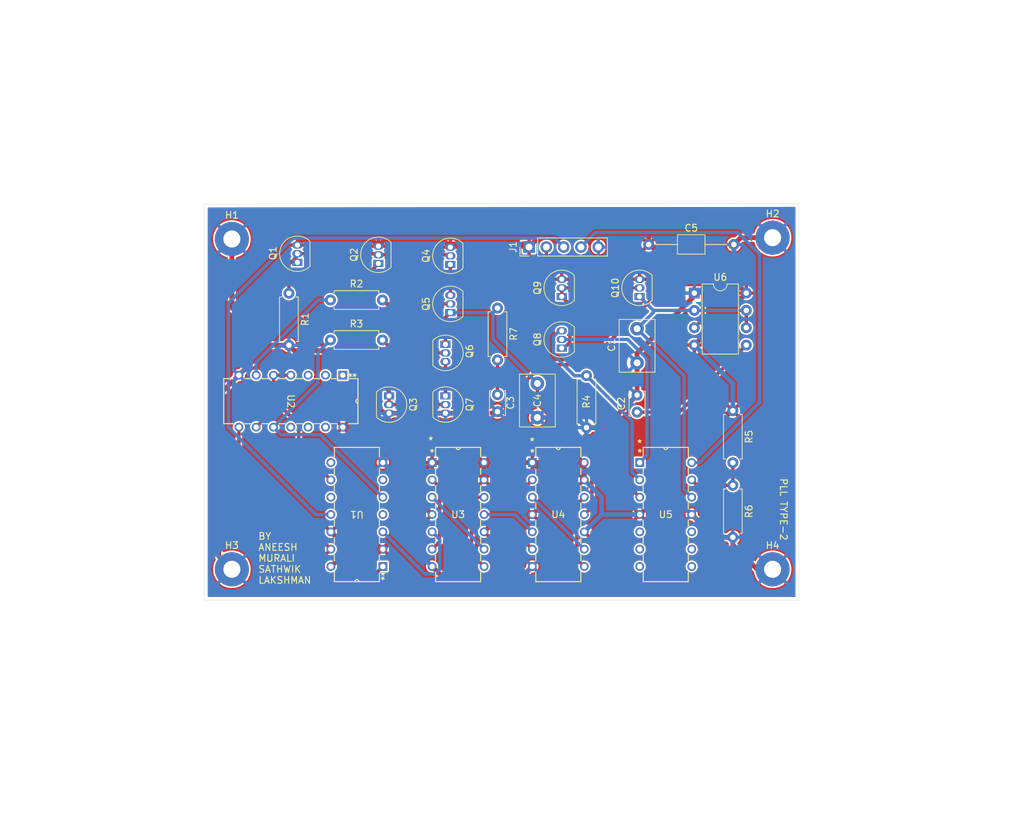
<source format=kicad_pcb>
(kicad_pcb (version 20240108) (generator "pcbnew") (generator_version "8.0")
  (layers (0 "F.Cu" signal) (31 "B.Cu" signal) (34 "B.Paste" user) (35 "F.Paste" user) (36 "B.SilkS" user "B.Silkscreen") (37 "F.SilkS" user "F.Silkscreen") (38 "B.Mask" user) (39 "F.Mask" user) (44 "Edge.Cuts" user))
  (net 0 "")
  (net 1 "GND")
  (net 2 "Net-(Q10-C)")
  (net 3 "Net-(U6-CV)")
  (net 4 "Net-(C3-Pad1)")
  (net 5 "Net-(Q5-C)")
  (net 6 "VDD")
  (net 7 "Net-(Q1-B)")
  (net 8 "Net-(Q2-C)")
  (net 9 "Net-(Q4-C)")
  (net 10 "Net-(Q5-B)")
  (net 11 "Net-(Q6-B)")
  (net 12 "Net-(Q6-E)")
  (net 13 "Net-(Q8-E)")
  (net 14 "Net-(Q10-B)")
  (net 15 "Net-(Q8-B)")
  (net 16 "Net-(U2-2Y)")
  (net 17 "Net-(U1-1Q)")
  (net 18 "Net-(U5-4IN-)")
  (net 19 "VOUT")
  (net 20 "Net-(U1-2Q)")
  (net 22 "INPUT")
  (net 23 "Net-(U1-*1R)")
  (net 24 "OUTPUT")
  (net 25 "Net-(U1-1CP)")
  (net 35 "Net-(U3-*1Q)")
  (net 36 "Net-(U3-*2Q)")
  (net 37 "Net-(U3-1CP)")
  (net 38 "Net-(U3-2CP)")
  (net 39 "Net-(U4-1CP)")
  (net 40 "Net-(U4-*2Q)")
  (net 41 "Net-(U4-*1Q)")
  (footprint "Capacitor_THT:C_Disc_D3.4mm_W2.1mm_P2.50mm" (layer "F.Cu") (at 173.43 100.39 90)
    (property "Reference" "C2" (at 1.25 -2.3 90) (layer "F.SilkS"))
    (property "Value" "0.1u")
    (pad "1" thru_hole circle (at 0 0 90) (size 1.6 1.6) (drill 0.8) (layers "*.Cu" "*.Mask") (net 3 "Net-(U6-CV)"))
    (pad "2" thru_hole circle (at 2.5 0 90) (size 1.6 1.6) (drill 0.8) (layers "*.Cu" "*.Mask") (net 1 "GND"))
  )
  (footprint "Resistor_THT:R_Axial_DIN0207_L6.3mm_D2.5mm_P7.62mm_Horizontal" (layer "F.Cu") (at 166.01 95.04 -90)
    (property "Reference" "R4" (at 3.81 0 90) (layer "F.SilkS"))
    (property "Value" "1K")
    (pad "1" thru_hole circle (at 0 0 270) (size 1.6 1.6) (drill 0.8) (layers "*.Cu" "*.Mask") (net 13 "Net-(Q8-E)"))
    (pad "2" thru_hole oval (at 7.62 0 270) (size 1.6 1.6) (drill 0.8) (layers "*.Cu" "*.Mask") (net 1 "GND"))
  )
  (footprint "Resistor_THT:R_Axial_DIN0207_L6.3mm_D2.5mm_P7.62mm_Horizontal" (layer "F.Cu") (at 128.475 83.95)
    (property "Reference" "R2" (at 3.81 -2.37 0) (layer "F.SilkS"))
    (property "Value" "10K")
    (pad "1" thru_hole circle (at 0 0) (size 1.6 1.6) (drill 0.8) (layers "*.Cu" "*.Mask") (net 16 "Net-(U2-2Y)"))
    (pad "2" thru_hole oval (at 7.62 0) (size 1.6 1.6) (drill 0.8) (layers "*.Cu" "*.Mask") (net 10 "Net-(Q5-B)"))
  )
  (footprint "MountingHole:MountingHole_2.5mm_Pad" (layer "F.Cu") (at 114.02 123.43)
    (property "Reference" "H3" (at 0 -3.5 0) (layer "F.SilkS"))
    (property "Value" "MountingHole_Pad")
    (pad "1" thru_hole circle (at 0 0) (size 5 5) (drill 2.5) (layers "*.Cu" "*.Mask") (net 1 "GND"))
  )
  (footprint "Package_TO_SOT_THT:TO-92_Inline" (layer "F.Cu") (at 146.05 85.79 90)
    (property "Reference" "Q5" (at 1.27 -3.56 90) (layer "F.SilkS"))
    (property "Value" "BC557")
    (pad "1" thru_hole rect (at 0 0 90) (size 1.05 1.5) (drill 0.75) (layers "*.Cu" "*.Mask") (net 5 "Net-(Q5-C)"))
    (pad "2" thru_hole oval (at 1.27 0 90) (size 1.05 1.5) (drill 0.75) (layers "*.Cu" "*.Mask") (net 10 "Net-(Q5-B)"))
    (pad "3" thru_hole oval (at 2.54 0 90) (size 1.05 1.5) (drill 0.75) (layers "*.Cu" "*.Mask") (net 9 "Net-(Q4-C)"))
  )
  (footprint "Package_TO_SOT_THT:TO-92_Inline" (layer "F.Cu") (at 162.38 83.44 90)
    (property "Reference" "Q9" (at 1.27 -3.56 90) (layer "F.SilkS"))
    (property "Value" "BC557")
    (pad "1" thru_hole rect (at 0 0 90) (size 1.05 1.5) (drill 0.75) (layers "*.Cu" "*.Mask") (net 14 "Net-(Q10-B)"))
    (pad "2" thru_hole oval (at 1.27 0 90) (size 1.05 1.5) (drill 0.75) (layers "*.Cu" "*.Mask") (net 14 "Net-(Q10-B)"))
    (pad "3" thru_hole oval (at 2.54 0 90) (size 1.05 1.5) (drill 0.75) (layers "*.Cu" "*.Mask") (net 6 "VDD"))
  )
  (footprint "Resistor_THT:R_Axial_DIN0207_L6.3mm_D2.5mm_P7.62mm_Horizontal" (layer "F.Cu") (at 152.96 85.13 -90)
    (property "Reference" "R7" (at 3.81 -2.37 90) (layer "F.SilkS"))
    (property "Value" "5K")
    (pad "1" thru_hole circle (at 0 0 270) (size 1.6 1.6) (drill 0.8) (layers "*.Cu" "*.Mask") (net 5 "Net-(Q5-C)"))
    (pad "2" thru_hole oval (at 7.62 0 270) (size 1.6 1.6) (drill 0.8) (layers "*.Cu" "*.Mask") (net 4 "Net-(C3-Pad1)"))
  )
  (footprint "Package_TO_SOT_THT:TO-92_Inline" (layer "F.Cu") (at 145.33 90.44 -90)
    (property "Reference" "Q6" (at 1.02 -3.54 90) (layer "F.SilkS"))
    (property "Value" "BC547")
    (pad "1" thru_hole rect (at 0 0 270) (size 1.05 1.5) (drill 0.75) (layers "*.Cu" "*.Mask") (net 5 "Net-(Q5-C)"))
    (pad "2" thru_hole oval (at 1.27 0 270) (size 1.05 1.5) (drill 0.75) (layers "*.Cu" "*.Mask") (net 11 "Net-(Q6-B)"))
    (pad "3" thru_hole oval (at 2.54 0 270) (size 1.05 1.5) (drill 0.75) (layers "*.Cu" "*.Mask") (net 12 "Net-(Q6-E)"))
  )
  (footprint "MountingHole:MountingHole_2.5mm_Pad" (layer "F.Cu") (at 193.3 74.81)
    (property "Reference" "H2" (at 0 -3.5 0) (layer "F.SilkS"))
    (property "Value" "MountingHole_Pad")
    (pad "1" thru_hole circle (at 0 0) (size 5 5) (drill 2.5) (layers "*.Cu" "*.Mask") (net 1 "GND"))
  )
  (footprint "Capacitor_THT:C_Disc_D7.5mm_W5.0mm_P5.00mm" (layer "F.Cu") (at 158.81 96.185 -90)
    (property "Reference" "C4" (at 2.5 0 90) (layer "F.SilkS"))
    (property "Value" "10n")
    (pad "1" thru_hole circle (at 0 0 270) (size 2 2) (drill 1) (layers "*.Cu" "*.Mask") (net 5 "Net-(Q5-C)"))
    (pad "2" thru_hole circle (at 5 0 270) (size 2 2) (drill 1) (layers "*.Cu" "*.Mask") (net 1 "GND"))
  )
  (footprint "Resistor_THT:R_Axial_DIN0207_L6.3mm_D2.5mm_P7.62mm_Horizontal" (layer "F.Cu") (at 187.47 100.18 -90)
    (property "Reference" "R5" (at 3.81 -2.37 90) (layer "F.SilkS"))
    (property "Value" "5K")
    (pad "1" thru_hole circle (at 0 0 270) (size 1.6 1.6) (drill 0.8) (layers "*.Cu" "*.Mask") (net 6 "VDD"))
    (pad "2" thru_hole oval (at 7.62 0 270) (size 1.6 1.6) (drill 0.8) (layers "*.Cu" "*.Mask") (net 18 "Net-(U5-4IN-)"))
  )
  (footprint "Connector_PinHeader_2.54mm:PinHeader_1x05_P2.54mm_Vertical" (layer "F.Cu") (at 157.585 76.18 90)
    (property "Reference" "J1" (at 0 -2.33 90) (layer "F.SilkS"))
    (property "Value" "Conn_01x05_Pin")
    (pad "1" thru_hole rect (at 0 0 90) (size 1.7 1.7) (drill 1) (layers "*.Cu" "*.Mask") (net 6 "VDD"))
    (pad "2" thru_hole oval (at 0 2.54 90) (size 1.7 1.7) (drill 1) (layers "*.Cu" "*.Mask") (net 24 "OUTPUT"))
    (pad "3" thru_hole oval (at 0 5.08 90) (size 1.7 1.7) (drill 1) (layers "*.Cu" "*.Mask") (net 22 "INPUT"))
    (pad "4" thru_hole oval (at 0 7.62 90) (size 1.7 1.7) (drill 1) (layers "*.Cu" "*.Mask") (net 19 "VOUT"))
    (pad "5" thru_hole oval (at 0 10.16 90) (size 1.7 1.7) (drill 1) (layers "*.Cu" "*.Mask") (net 1 "GND"))
  )
  (footprint "Resistor_THT:R_Axial_DIN0207_L6.3mm_D2.5mm_P7.62mm_Horizontal" (layer "F.Cu") (at 187.47 111.12 -90)
    (property "Reference" "R6" (at 3.81 -2.37 90) (layer "F.SilkS"))
    (property "Value" "5K")
    (pad "1" thru_hole circle (at 0 0 270) (size 1.6 1.6) (drill 0.8) (layers "*.Cu" "*.Mask") (net 18 "Net-(U5-4IN-)"))
    (pad "2" thru_hole oval (at 7.62 0 270) (size 1.6 1.6) (drill 0.8) (layers "*.Cu" "*.Mask") (net 1 "GND"))
  )
  (footprint "MountingHole:MountingHole_2.5mm_Pad" (layer "F.Cu") (at 114.02 75)
    (property "Reference" "H1" (at 0 -3.5 0) (layer "F.SilkS"))
    (property "Value" "MountingHole_Pad")
    (pad "1" thru_hole circle (at 0 0) (size 5 5) (drill 2.5) (layers "*.Cu" "*.Mask") (net 1 "GND"))
  )
  (footprint "Package_TO_SOT_THT:TO-92_Inline" (layer "F.Cu") (at 162.38 91 90)
    (property "Reference" "Q8" (at 1.27 -3.56 90) (layer "F.SilkS"))
    (property "Value" "BC547")
    (pad "1" thru_hole rect (at 0 0 90) (size 1.05 1.5) (drill 0.75) (layers "*.Cu" "*.Mask") (net 14 "Net-(Q10-B)"))
    (pad "2" thru_hole oval (at 1.27 0 90) (size 1.05 1.5) (drill 0.75) (layers "*.Cu" "*.Mask") (net 15 "Net-(Q8-B)"))
    (pad "3" thru_hole oval (at 2.54 0 90) (size 1.05 1.5) (drill 0.75) (layers "*.Cu" "*.Mask") (net 13 "Net-(Q8-E)"))
  )
  (footprint "Resistor_THT:R_Axial_DIN0207_L6.3mm_D2.5mm_P7.62mm_Horizontal" (layer "F.Cu") (at 122.38 82.96 -90)
    (property "Reference" "R1" (at 3.81 -2.37 90) (layer "F.SilkS"))
    (property "Value" "10K")
    (pad "1" thru_hole circle (at 0 0 270) (size 1.6 1.6) (drill 0.8) (layers "*.Cu" "*.Mask") (net 7 "Net-(Q1-B)"))
    (pad "2" thru_hole oval (at 7.62 0 270) (size 1.6 1.6) (drill 0.8) (layers "*.Cu" "*.Mask") (net 1 "GND"))
  )
  (footprint "Capacitor_THT:C_Disc_D3.4mm_W2.1mm_P2.50mm" (layer "F.Cu") (at 152.96 97.82 -90)
    (property "Reference" "C3" (at 1.21 -1.92 90) (layer "F.SilkS"))
    (property "Value" "0.1u")
    (pad "1" thru_hole circle (at 0 0 270) (size 1.6 1.6) (drill 0.8) (layers "*.Cu" "*.Mask") (net 4 "Net-(C3-Pad1)"))
    (pad "2" thru_hole circle (at 2.5 0 270) (size 1.6 1.6) (drill 0.8) (layers "*.Cu" "*.Mask") (net 1 "GND"))
  )
  (footprint "Package_TO_SOT_THT:TO-92_Inline" (layer "F.Cu") (at 173.79 83.44 90)
    (property "Reference" "Q10" (at 1.27 -3.56 90) (layer "F.SilkS"))
    (property "Value" "BC557")
    (pad "1" thru_hole rect (at 0 0 90) (size 1.05 1.5) (drill 0.75) (layers "*.Cu" "*.Mask") (net 2 "Net-(Q10-C)"))
    (pad "2" thru_hole oval (at 1.27 0 90) (size 1.05 1.5) (drill 0.75) (layers "*.Cu" "*.Mask") (net 14 "Net-(Q10-B)"))
    (pad "3" thru_hole oval (at 2.54 0 90) (size 1.05 1.5) (drill 0.75) (layers "*.Cu" "*.Mask") (net 6 "VDD"))
  )
  (footprint "Capacitor_THT:C_Disc_D7.5mm_W5.0mm_P5.00mm" (layer "F.Cu") (at 173.43 88.16 -90)
    (property "Reference" "C1" (at 2.38 3.74 90) (layer "F.SilkS"))
    (property "Value" "10n")
    (pad "1" thru_hole circle (at 0 0 270) (size 2 2) (drill 1) (layers "*.Cu" "*.Mask") (net 2 "Net-(Q10-C)"))
    (pad "2" thru_hole circle (at 5 0 270) (size 2 2) (drill 1) (layers "*.Cu" "*.Mask") (net 1 "GND"))
  )
  (footprint "74HCT74_FOOTPRINTS:74HCT74" (layer "F.Cu") (at 165.69 123.02)
    (property "Reference" "U4" (at -3.81 -7.62 0) (layer "F.SilkS"))
    (property "Value" "CD74HCT74E")
    (fp_text user "*" (at -7.65 -18.325 0) (layer "F.SilkS"))
    (fp_text user "*" (at -7.62 -16.6497 0) (layer "F.SilkS"))
    (pad "1" thru_hole rect (at -7.62 -15.24) (size 1.2954 1.2954) (drill 0.7874) (layers "*.Cu" "*.Mask") (net 6 "VDD"))
    (pad "2" thru_hole circle (at -7.62 -12.7) (size 1.2954 1.2954) (drill 0.7874) (layers "*.Cu" "*.Mask") (net 41 "Net-(U4-*1Q)"))
    (pad "3" thru_hole circle (at -7.62 -10.16) (size 1.2954 1.2954) (drill 0.7874) (layers "*.Cu" "*.Mask") (net 39 "Net-(U4-1CP)"))
    (pad "4" thru_hole circle (at -7.62 -7.62) (size 1.2954 1.2954) (drill 0.7874) (layers "*.Cu" "*.Mask") (net 6 "VDD"))
    (pad "5" thru_hole circle (at -7.62 -5.08) (size 1.2954 1.2954) (drill 0.7874) (layers "*.Cu" "*.Mask") (net 38 "Net-(U3-2CP)"))
    (pad "6" thru_hole circle (at -7.62 -2.54) (size 1.2954 1.2954) (drill 0.7874) (layers "*.Cu" "*.Mask") (net 41 "Net-(U4-*1Q)"))
    (pad "7" thru_hole circle (at -7.62 0) (size 1.2954 1.2954) (drill 0.7874) (layers "*.Cu" "*.Mask") (net 1 "GND"))
    (pad "8" thru_hole circle (at 0 0) (size 1.2954 1.2954) (drill 0.7874) (layers "*.Cu" "*.Mask") (net 40 "Net-(U4-*2Q)"))
    (pad "9" thru_hole circle (at 0 -2.54) (size 1.2954 1.2954) (drill 0.7874) (layers "*.Cu" "*.Mask") (net 39 "Net-(U4-1CP)"))
    (pad "10" thru_hole circle (at 0 -5.08) (size 1.2954 1.2954) (drill 0.7874) (layers "*.Cu" "*.Mask") (net 6 "VDD"))
    (pad "11" thru_hole circle (at 0 -7.62) (size 1.2954 1.2954) (drill 0.7874) (layers "*.Cu" "*.Mask") (net 24 "OUTPUT"))
    (pad "12" thru_hole circle (at 0 -10.16) (size 1.2954 1.2954) (drill 0.7874) (layers "*.Cu" "*.Mask") (net 40 "Net-(U4-*2Q)"))
    (pad "13" thru_hole circle (at 0 -12.7) (size 1.2954 1.2954) (drill 0.7874) (layers "*.Cu" "*.Mask") (net 6 "VDD"))
    (pad "14" thru_hole circle (at 0 -15.24) (size 1.2954 1.2954) (drill 0.7874) (layers "*.Cu" "*.Mask") (net 6 "VDD"))
  )
  (footprint "Package_TO_SOT_THT:TO-92_Inline" (layer "F.Cu") (at 137.06 98.01 -90)
    (property "Reference" "Q3" (at 1.27 -3.56 90) (layer "F.SilkS"))
    (property "Value" "BC547")
    (pad "1" thru_hole rect (at 0 0 270) (size 1.05 1.5) (drill 0.75) (layers "*.Cu" "*.Mask") (net 8 "Net-(Q2-C)"))
    (pad "2" thru_hole oval (at 1.27 0 270) (size 1.05 1.5) (drill 0.75) (layers "*.Cu" "*.Mask") (net 8 "Net-(Q2-C)"))
    (pad "3" thru_hole oval (at 2.54 0 270) (size 1.05 1.5) (drill 0.75) (layers "*.Cu" "*.Mask") (net 1 "GND"))
  )
  (footprint "LM324_FOOTPRINT:LM324" (layer "F.Cu") (at 181.44 123.02)
    (property "Reference" "U5" (at -3.81 -7.62 0) (layer "F.SilkS"))
    (property "Value" "LM324N")
    (fp_text user "*" (at -7.64 -18.06 0) (layer "F.SilkS"))
    (fp_text user "*" (at -7.62 -16.6497 0) (layer "F.SilkS"))
    (pad "1" thru_hole rect (at -7.62 -15.24) (size 1.2954 1.2954) (drill 0.7874) (layers "*.Cu" "*.Mask") (net 15 "Net-(Q8-B)"))
    (pad "2" thru_hole circle (at -7.62 -12.7) (size 1.2954 1.2954) (drill 0.7874) (layers "*.Cu" "*.Mask") (net 13 "Net-(Q8-E)"))
    (pad "3" thru_hole circle (at -7.62 -10.16) (size 1.2954 1.2954) (drill 0.7874) (layers "*.Cu" "*.Mask") (net 5 "Net-(Q5-C)"))
    (pad "4" thru_hole circle (at -7.62 -7.62) (size 1.2954 1.2954) (drill 0.7874) (layers "*.Cu" "*.Mask") (net 6 "VDD"))
    (pad "5" thru_hole circle (at -7.62 -5.08) (size 1.2954 1.2954) (drill 0.7874) (layers "*.Cu" "*.Mask"))
    (pad "6" thru_hole circle (at -7.62 -2.54) (size 1.2954 1.2954) (drill 0.7874) (layers "*.Cu" "*.Mask"))
    (pad "7" thru_hole circle (at -7.62 0) (size 1.2954 1.2954) (drill 0.7874) (layers "*.Cu" "*.Mask"))
    (pad "8" thru_hole circle (at 0 0) (size 1.2954 1.2954) (drill 0.7874) (layers "*.Cu" "*.Mask"))
    (pad "9" thru_hole circle (at 0 -2.54) (size 1.2954 1.2954) (drill 0.7874) (layers "*.Cu" "*.Mask"))
    (pad "10" thru_hole circle (at 0 -5.08) (size 1.2954 1.2954) (drill 0.7874) (layers "*.Cu" "*.Mask"))
    (pad "11" thru_hole circle (at 0 -7.62) (size 1.2954 1.2954) (drill 0.7874) (layers "*.Cu" "*.Mask") (net 1 "GND"))
    (pad "12" thru_hole circle (at 0 -10.16) (size 1.2954 1.2954) (drill 0.7874) (layers "*.Cu" "*.Mask") (net 2 "Net-(Q10-C)"))
    (pad "13" thru_hole circle (at 0 -12.7) (size 1.2954 1.2954) (drill 0.7874) (layers "*.Cu" "*.Mask") (net 18 "Net-(U5-4IN-)"))
    (pad "14" thru_hole circle (at 0 -15.24) (size 1.2954 1.2954) (drill 0.7874) (layers "*.Cu" "*.Mask") (net 19 "VOUT"))
  )
  (footprint "Capacitor_THT:C_Axial_L3.8mm_D2.6mm_P12.50mm_Horizontal" (layer "F.Cu") (at 175.12 75.81)
    (property "Reference" "C5" (at 6.25 -2.42 0) (layer "F.SilkS"))
    (property "Value" "220u")
    (pad "1" thru_hole circle (at 0 0) (size 1.6 1.6) (drill 0.8) (layers "*.Cu" "*.Mask") (net 6 "VDD"))
    (pad "2" thru_hole oval (at 12.5 0) (size 1.6 1.6) (drill 0.8) (layers "*.Cu" "*.Mask") (net 1 "GND"))
  )
  (footprint "74HCT74_FOOTPRINTS:74HCT74" (layer "F.Cu") (at 151 123.02)
    (property "Reference" "U3" (at -3.81 -7.62 0) (layer "F.SilkS"))
    (property "Value" "CD74HCT74E")
    (fp_text user "*" (at -7.62 -16.6497 0) (layer "F.SilkS"))
    (fp_text user "*" (at -7.82 -18.465 0) (layer "F.SilkS"))
    (pad "1" thru_hole rect (at -7.62 -15.24) (size 1.2954 1.2954) (drill 0.7874) (layers "*.Cu" "*.Mask") (net 6 "VDD"))
    (pad "2" thru_hole circle (at -7.62 -12.7) (size 1.2954 1.2954) (drill 0.7874) (layers "*.Cu" "*.Mask") (net 35 "Net-(U3-*1Q)"))
    (pad "3" thru_hole circle (at -7.62 -10.16) (size 1.2954 1.2954) (drill 0.7874) (layers "*.Cu" "*.Mask") (net 37 "Net-(U3-1CP)"))
    (pad "4" thru_hole circle (at -7.62 -7.62) (size 1.2954 1.2954) (drill 0.7874) (layers "*.Cu" "*.Mask") (net 6 "VDD"))
    (pad "5" thru_hole circle (at -7.62 -5.08) (size 1.2954 1.2954) (drill 0.7874) (layers "*.Cu" "*.Mask") (net 25 "Net-(U1-1CP)"))
    (pad "6" thru_hole circle (at -7.62 -2.54) (size 1.2954 1.2954) (drill 0.7874) (layers "*.Cu" "*.Mask") (net 35 "Net-(U3-*1Q)"))
    (pad "7" thru_hole circle (at -7.62 0) (size 1.2954 1.2954) (drill 0.7874) (layers "*.Cu" "*.Mask") (net 1 "GND"))
    (pad "8" thru_hole circle (at 0 0) (size 1.2954 1.2954) (drill 0.7874) (layers "*.Cu" "*.Mask") (net 36 "Net-(U3-*2Q)"))
    (pad "9" thru_hole circle (at 0 -2.54) (size 1.2954 1.2954) (drill 0.7874) (layers "*.Cu" "*.Mask") (net 37 "Net-(U3-1CP)"))
    (pad "10" thru_hole circle (at 0 -5.08) (size 1.2954 1.2954) (drill 0.7874) (layers "*.Cu" "*.Mask") (net 6 "VDD"))
    (pad "11" thru_hole circle (at 0 -7.62) (size 1.2954 1.2954) (drill 0.7874) (layers "*.Cu" "*.Mask") (net 38 "Net-(U3-2CP)"))
    (pad "12" thru_hole circle (at 0 -10.16) (size 1.2954 1.2954) (drill 0.7874) (layers "*.Cu" "*.Mask") (net 36 "Net-(U3-*2Q)"))
    (pad "13" thru_hole circle (at 0 -12.7) (size 1.2954 1.2954) (drill 0.7874) (layers "*.Cu" "*.Mask") (net 6 "VDD"))
    (pad "14" thru_hole circle (at 0 -15.24) (size 1.2954 1.2954) (drill 0.7874) (layers "*.Cu" "*.Mask") (net 6 "VDD"))
  )
  (footprint "74HCT74_FOOTPRINTS:74HCT74" (layer "F.Cu") (at 128.535 107.78 180)
    (property "Reference" "U1" (at -3.81 -7.62 180) (layer "F.SilkS"))
    (property "Value" "CD74HCT74E")
    (fp_text user "*" (at -7.62 -16.6497 0) (layer "F.SilkS"))
    (fp_text user "*" (at -7.62 -16.6497 180) (layer "F.SilkS"))
    (pad "1" thru_hole rect (at -7.62 -15.24 180) (size 1.2954 1.2954) (drill 0.7874) (layers "*.Cu" "*.Mask") (net 23 "Net-(U1-*1R)"))
    (pad "2" thru_hole circle (at -7.62 -12.7 180) (size 1.2954 1.2954) (drill 0.7874) (layers "*.Cu" "*.Mask") (net 6 "VDD"))
    (pad "3" thru_hole circle (at -7.62 -10.16 180) (size 1.2954 1.2954) (drill 0.7874) (layers "*.Cu" "*.Mask") (net 25 "Net-(U1-1CP)"))
    (pad "4" thru_hole circle (at -7.62 -7.62 180) (size 1.2954 1.2954) (drill 0.7874) (layers "*.Cu" "*.Mask"))
    (pad "5" thru_hole circle (at -7.62 -5.08 180) (size 1.2954 1.2954) (drill 0.7874) (layers "*.Cu" "*.Mask") (net 17 "Net-(U1-1Q)"))
    (pad "6" thru_hole circle (at -7.62 -2.54 180) (size 1.2954 1.2954) (drill 0.7874) (layers "*.Cu" "*.Mask"))
    (pad "7" thru_hole circle (at -7.62 0 180) (size 1.2954 1.2954) (drill 0.7874) (layers "*.Cu" "*.Mask") (net 1 "GND"))
    (pad "8" thru_hole circle (at 0 0 180) (size 1.2954 1.2954) (drill 0.7874) (layers "*.Cu" "*.Mask"))
    (pad "9" thru_hole circle (at 0 -2.54 180) (size 1.2954 1.2954) (drill 0.7874) (layers "*.Cu" "*.Mask") (net 20 "Net-(U1-2Q)"))
    (pad "10" thru_hole circle (at 0 -5.08 180) (size 1.2954 1.2954) (drill 0.7874) (layers "*.Cu" "*.Mask"))
    (pad "11" thru_hole circle (at 0 -7.62 180) (size 1.2954 1.2954) (drill 0.7874) (layers "*.Cu" "*.Mask") (net 22 "INPUT"))
    (pad "12" thru_hole circle (at 0 -10.16 180) (size 1.2954 1.2954) (drill 0.7874) (layers "*.Cu" "*.Mask") (net 6 "VDD"))
    (pad "13" thru_hole circle (at 0 -12.7 180) (size 1.2954 1.2954) (drill 0.7874) (layers "*.Cu" "*.Mask") (net 23 "Net-(U1-*1R)"))
    (pad "14" thru_hole circle (at 0 -15.24 180) (size 1.2954 1.2954) (drill 0.7874) (layers "*.Cu" "*.Mask") (net 6 "VDD"))
  )
  (footprint "Package_TO_SOT_THT:TO-92_Inline" (layer "F.Cu") (at 146.05 78.74 90)
    (property "Reference" "Q4" (at 1.27 -3.56 90) (layer "F.SilkS"))
    (property "Value" "BC557")
    (pad "1" thru_hole rect (at 0 0 90) (size 1.05 1.5) (drill 0.75) (layers "*.Cu" "*.Mask") (net 9 "Net-(Q4-C)"))
    (pad "2" thru_hole oval (at 1.27 0 90) (size 1.05 1.5) (drill 0.75) (layers "*.Cu" "*.Mask") (net 7 "Net-(Q1-B)"))
    (pad "3" thru_hole oval (at 2.54 0 90) (size 1.05 1.5) (drill 0.75) (layers "*.Cu" "*.Mask") (net 6 "VDD"))
  )
  (footprint "Resistor_THT:R_Axial_DIN0207_L6.3mm_D2.5mm_P7.62mm_Horizontal" (layer "F.Cu") (at 128.475 89.81)
    (property "Reference" "R3" (at 3.81 -2.37 0) (layer "F.SilkS"))
    (property "Value" "10K")
    (pad "1" thru_hole circle (at 0 0) (size 1.6 1.6) (drill 0.8) (layers "*.Cu" "*.Mask") (net 17 "Net-(U1-1Q)"))
    (pad "2" thru_hole oval (at 7.62 0) (size 1.6 1.6) (drill 0.8) (layers "*.Cu" "*.Mask") (net 11 "Net-(Q6-B)"))
  )
  (footprint "MountingHole:MountingHole_2.5mm_Pad" (layer "F.Cu") (at 193.3 123.43)
    (property "Reference" "H4" (at 0 -3.5 0) (layer "F.SilkS"))
    (property "Value" "MountingHole_Pad")
    (pad "1" thru_hole circle (at 0 0) (size 5 5) (drill 2.5) (layers "*.Cu" "*.Mask") (net 1 "GND"))
  )
  (footprint "Package_TO_SOT_THT:TO-92_Inline" (layer "F.Cu") (at 123.62 78.43 90)
    (property "Reference" "Q1" (at 1.35 -3.56 90) (layer "F.SilkS"))
    (property "Value" "BC557")
    (pad "1" thru_hole rect (at 0 0 90) (size 1.05 1.5) (drill 0.75) (layers "*.Cu" "*.Mask") (net 7 "Net-(Q1-B)"))
    (pad "2" thru_hole oval (at 1.27 0 90) (size 1.05 1.5) (drill 0.75) (layers "*.Cu" "*.Mask") (net 7 "Net-(Q1-B)"))
    (pad "3" thru_hole oval (at 2.54 0 90) (size 1.05 1.5) (drill 0.75) (layers "*.Cu" "*.Mask") (net 6 "VDD"))
  )
  (footprint "Package_TO_SOT_THT:TO-92_Inline" (layer "F.Cu") (at 145.33 98.01 -90)
    (property "Reference" "Q7" (at 1.27 -3.56 90) (layer "F.SilkS"))
    (property "Value" "BC547")
    (pad "1" thru_hole rect (at 0 0 270) (size 1.05 1.5) (drill 0.75) (layers "*.Cu" "*.Mask") (net 12 "Net-(Q6-E)"))
    (pad "2" thru_hole oval (at 1.27 0 270) (size 1.05 1.5) (drill 0.75) (layers "*.Cu" "*.Mask") (net 8 "Net-(Q2-C)"))
    (pad "3" thru_hole oval (at 2.54 0 270) (size 1.05 1.5) (drill 0.75) (layers "*.Cu" "*.Mask") (net 1 "GND"))
  )
  (footprint "SN74AC00N_FOOTPRINTS:N14" (layer "F.Cu") (at 115.04 102.59 -90)
    (property "Reference" "U2" (at -3.81 -7.62 -90) (layer "F.SilkS"))
    (property "Value" "SN74AC00N")
    (fp_text user "*" (at -7.62 -16.6497 -90) (layer "F.SilkS"))
    (fp_text user "*" (at -7.62 -16.6497 90) (layer "F.SilkS"))
    (pad "1" thru_hole rect (at -7.62 -15.24 270) (size 1.2954 1.2954) (drill 0.7874) (layers "*.Cu" "*.Mask"))
    (pad "2" thru_hole circle (at -7.62 -12.7 270) (size 1.2954 1.2954) (drill 0.7874) (layers "*.Cu" "*.Mask"))
    (pad "3" thru_hole circle (at -7.62 -10.16 270) (size 1.2954 1.2954) (drill 0.7874) (layers "*.Cu" "*.Mask"))
    (pad "4" thru_hole circle (at -7.62 -7.62 270) (size 1.2954 1.2954) (drill 0.7874) (layers "*.Cu" "*.Mask") (net 20 "Net-(U1-2Q)"))
    (pad "5" thru_hole circle (at -7.62 -5.08 270) (size 1.2954 1.2954) (drill 0.7874) (layers "*.Cu" "*.Mask") (net 20 "Net-(U1-2Q)"))
    (pad "6" thru_hole circle (at -7.62 -2.54 270) (size 1.2954 1.2954) (drill 0.7874) (layers "*.Cu" "*.Mask") (net 16 "Net-(U2-2Y)"))
    (pad "7" thru_hole circle (at -7.62 0 270) (size 1.2954 1.2954) (drill 0.7874) (layers "*.Cu" "*.Mask") (net 1 "GND"))
    (pad "8" thru_hole circle (at 0 0 270) (size 1.2954 1.2954) (drill 0.7874) (layers "*.Cu" "*.Mask") (net 23 "Net-(U1-*1R)"))
    (pad "9" thru_hole circle (at 0 -2.54 270) (size 1.2954 1.2954) (drill 0.7874) (layers "*.Cu" "*.Mask") (net 20 "Net-(U1-2Q)"))
    (pad "10" thru_hole circle (at 0 -5.08 270) (size 1.2954 1.2954) (drill 0.7874) (layers "*.Cu" "*.Mask") (net 17 "Net-(U1-1Q)"))
    (pad "11" thru_hole circle (at 0 -7.62 270) (size 1.2954 1.2954) (drill 0.7874) (layers "*.Cu" "*.Mask"))
    (pad "12" thru_hole circle (at 0 -10.16 270) (size 1.2954 1.2954) (drill 0.7874) (layers "*.Cu" "*.Mask"))
    (pad "13" thru_hole circle (at 0 -12.7 270) (size 1.2954 1.2954) (drill 0.7874) (layers "*.Cu" "*.Mask"))
    (pad "14" thru_hole circle (at 0 -15.24 270) (size 1.2954 1.2954) (drill 0.7874) (layers "*.Cu" "*.Mask") (net 6 "VDD"))
  )
  (footprint "Package_TO_SOT_THT:TO-92_Inline" (layer "F.Cu") (at 135.5 78.59 90)
    (property "Reference" "Q2" (at 1.27 -3.56 90) (layer "F.SilkS"))
    (property "Value" "BC557")
    (pad "1" thru_hole rect (at 0 0 90) (size 1.05 1.5) (drill 0.75) (layers "*.Cu" "*.Mask") (net 8 "Net-(Q2-C)"))
    (pad "2" thru_hole oval (at 1.27 0 90) (size 1.05 1.5) (drill 0.75) (layers "*.Cu" "*.Mask") (net 7 "Net-(Q1-B)"))
    (pad "3" thru_hole oval (at 2.54 0 90) (size 1.05 1.5) (drill 0.75) (layers "*.Cu" "*.Mask") (net 6 "VDD"))
  )
  (footprint "Package_DIP:DIP-8_W7.62mm" (layer "F.Cu") (at 181.82 82.93)
    (property "Reference" "U6" (at 3.81 -2.33 0) (layer "F.SilkS"))
    (property "Value" "NE555P")
    (pad "1" thru_hole rect (at 0 0) (size 1.6 1.6) (drill 0.8) (layers "*.Cu" "*.Mask") (net 1 "GND"))
    (pad "2" thru_hole oval (at 0 2.54) (size 1.6 1.6) (drill 0.8) (layers "*.Cu" "*.Mask") (net 2 "Net-(Q10-C)"))
    (pad "3" thru_hole oval (at 0 5.08) (size 1.6 1.6) (drill 0.8) (layers "*.Cu" "*.Mask") (net 24 "OUTPUT"))
    (pad "4" thru_hole oval (at 0 7.62) (size 1.6 1.6) (drill 0.8) (layers "*.Cu" "*.Mask") (net 6 "VDD"))
    (pad "5" thru_hole oval (at 7.62 7.62) (size 1.6 1.6) (drill 0.8) (layers "*.Cu" "*.Mask") (net 3 "Net-(U6-CV)"))
    (pad "6" thru_hole oval (at 7.62 5.08) (size 1.6 1.6) (drill 0.8) (layers "*.Cu" "*.Mask") (net 2 "Net-(Q10-C)"))
    (pad "7" thru_hole oval (at 7.62 2.54) (size 1.6 1.6) (drill 0.8) (layers "*.Cu" "*.Mask") (net 2 "Net-(Q10-C)"))
    (pad "8" thru_hole oval (at 7.62 0) (size 1.6 1.6) (drill 0.8) (layers "*.Cu" "*.Mask") (net 6 "VDD"))
  )
  (gr_line (start 197.15 127.99) (end 197.15 69.8) (stroke (width 0.05)) (layer "Edge.Cuts"))
  (gr_line (start 109.99 69.88) (end 109.99 127.99) (stroke (width 0.05)) (layer "Edge.Cuts"))
  (gr_line (start 197.15 127.99) (end 109.99 127.99) (stroke (width 0.05)) (layer "Edge.Cuts"))
  (gr_line (start 109.99 69.88) (end 197.15 69.8) (stroke (width 0.05)) (layer "Edge.Cuts"))
  (gr_text "BY\nANEESH\nMURALI\nSATHWIK\nLAKSHMAN" (at 117.82 125.61 0) (layer "F.SilkS") (effects (font (size 1 1)) (justify left bottom)))
  (gr_text "PLL TYPE-2" (at 194.32 109.99 270) (layer "F.SilkS") (effects (font (size 1 1)) (justify left bottom)))
  (segment (start 158.07 123.02) (end 156.7 124.39) (width 0.7) (layer "F.Cu") (net 1))
  (segment (start 129.385399 91.379999) (end 135.61 97.6046) (width 0.7) (layer "F.Cu") (net 1))
  (segment (start 193.3 74.81) (end 193.3 73.61) (width 0.7) (layer "F.Cu") (net 1))
  (segment (start 112.09 121.5) (end 112.09 119.85) (width 0.7) (layer "F.Cu") (net 1))
  (segment (start 112.13 97.88) (end 115.04 94.97) (width 0.7) (layer "F.Cu") (net 1))
  (segment (start 112.13 119.81) (end 112.13 97.88) (width 0.7) (layer "F.Cu") (net 1))
  (segment (start 137.06 100.55) (end 145.33 100.55) (width 0.7) (layer "F.Cu") (net 1))
  (segment (start 114.02 123.43) (end 112.09 121.5) (width 0.7) (layer "F.Cu") (net 1))
  (segment (start 112.09 119.85) (end 112.13 119.81) (width 0.7) (layer "F.Cu") (net 1))
  (segment (start 184.78 118.74) (end 181.44 115.4) (width 0.7) (layer "F.Cu") (net 1))
  (segment (start 187.47 119.86) (end 187.47 118.74) (width 0.7) (layer "F.Cu") (net 1))
  (segment (start 193.3 73.61) (end 194.03 72.88) (width 0.7) (layer "F.Cu") (net 1))
  (segment (start 173.43 97.89) (end 173.43 93.16) (width 0.7) (layer "F.Cu") (net 1))
  (segment (start 136.35 100.55) (end 137.06 100.55) (width 0.7) (layer "F.Cu") (net 1))
  (segment (start 114.02 85.07) (end 114.02 75) (width 0.7) (layer "F.Cu") (net 1))
  (segment (start 122.38 90.58) (end 123.179999 91.379999) (width 0.7) (layer "F.Cu") (net 1))
  (segment (start 144.75 124.39) (end 143.38 123.02) (width 0.7) (layer "F.Cu") (net 1))
  (segment (start 122.38 90.58) (end 119.43 90.58) (width 0.7) (layer "F.Cu") (net 1))
  (segment (start 166.01 102.66) (end 168.66 102.66) (width 0.7) (layer "F.Cu") (net 1))
  (segment (start 173.43 91.738679) (end 181.82 83.348679) (width 0.7) (layer "F.Cu") (net 1))
  (segment (start 152.73 100.55) (end 152.96 100.32) (width 0.7) (layer "F.Cu") (net 1))
  (segment (start 119.43 90.58) (end 119.43 90.48) (width 0.7) (layer "F.Cu") (net 1))
  (segment (start 193.3 123.43) (end 191.04 123.43) (width 0.7) (layer "F.Cu") (net 1))
  (segment (start 119.43 90.58) (end 115.04 94.97) (width 0.7) (layer "F.Cu") (net 1))
  (segment (start 188.62 74.81) (end 193.3 74.81) (width 0.7) (layer "F.Cu") (net 1))
  (segment (start 187.62 75.81) (end 188.62 74.81) (width 0.7) (layer "F.Cu") (net 1))
  (segment (start 135.61 99.81) (end 136.35 100.55) (width 0.7) (layer "F.Cu") (net 1))
  (segment (start 123.179999 91.379999) (end 129.385399 91.379999) (width 0.7) (layer "F.Cu") (net 1))
  (segment (start 187.47 118.74) (end 184.78 118.74) (width 0.7) (layer "F.Cu") (net 1))
  (segment (start 145.33 100.55) (end 152.73 100.55) (width 0.7) (layer "F.Cu") (net 1))
  (segment (start 181.82 83.348679) (end 181.82 82.93) (width 0.7) (layer "F.Cu") (net 1))
  (segment (start 168.66 102.66) (end 173.43 97.89) (width 0.7) (layer "F.Cu") (net 1))
  (segment (start 173.43 93.16) (end 173.43 91.738679) (width 0.7) (layer "F.Cu") (net 1))
  (segment (start 114.02 75) (end 113.66 74.64) (width 0.7) (layer "F.Cu") (net 1))
  (segment (start 119.43 90.48) (end 114.02 85.07) (width 0.7) (layer "F.Cu") (net 1))
  (segment (start 191.04 123.43) (end 187.47 119.86) (width 0.7) (layer "F.Cu") (net 1))
  (segment (start 156.7 124.39) (end 144.75 124.39) (width 0.7) (layer "F.Cu") (net 1))
  (segment (start 135.61 97.6046) (end 135.61 99.81) (width 0.7) (layer "F.Cu") (net 1))
  (segment (start 158.81 101.185) (end 164.535 101.185) (width 0.7) (layer "B.Cu") (net 1))
  (segment (start 171.14 114.17) (end 167.22 110.25) (width 0.7) (layer "B.Cu") (net 1))
  (segment (start 142.0323 121.6723) (end 142.0323 113.6573) (width 0.7) (layer "B.Cu") (net 1))
  (segment (start 136.155 107.78) (end 136.155 101.455) (width 0.7) (layer "B.Cu") (net 1))
  (segment (start 187.62 77.72) (end 187.62 75.81) (width 0.7) (layer "B.Cu") (net 1))
  (segment (start 181.44 115.4) (end 180.21 114.17) (width 0.7) (layer "B.Cu") (net 1))
  (segment (start 152.96 100.32) (end 157.945 100.32) (width 0.7) (layer "B.Cu") (net 1))
  (segment (start 166.01 106.06) (end 166.01 102.66) (width 0.7) (layer "B.Cu") (net 1))
  (segment (start 167.22 107.27) (end 166.01 106.06) (width 0.7) (layer "B.Cu") (net 1))
  (segment (start 181.82 82.93) (end 182.41 82.93) (width 0.7) (layer "B.Cu") (net 1))
  (segment (start 142.0323 113.6573) (end 136.155 107.78) (width 0.7) (layer "B.Cu") (net 1))
  (segment (start 164.535 101.185) (end 166.01 102.66) (width 0.7) (layer "B.Cu") (net 1))
  (segment (start 157.945 100.32) (end 158.81 101.185) (width 0.7) (layer "B.Cu") (net 1))
  (segment (start 180.21 114.17) (end 171.14 114.17) (width 0.7) (layer "B.Cu") (net 1))
  (segment (start 136.155 101.455) (end 137.06 100.55) (width 0.7) (layer "B.Cu") (net 1))
  (segment (start 143.38 123.02) (end 142.0323 121.6723) (width 0.7) (layer "B.Cu") (net 1))
  (segment (start 167.22 110.25) (end 167.22 107.27) (width 0.7) (layer "B.Cu") (net 1))
  (segment (start 182.41 82.93) (end 187.62 77.72) (width 0.7) (layer "B.Cu") (net 1))
  (segment (start 189.44 85.47) (end 189.44 88.01) (width 0.5) (layer "F.Cu") (net 2))
  (segment (start 181.44 112.86) (end 180.3423 111.7623) (width 0.5) (layer "B.Cu") (net 2))
  (segment (start 180.3423 111.7623) (end 180.3423 95.0723) (width 0.5) (layer "B.Cu") (net 2))
  (segment (start 175.82 85.77) (end 173.43 88.16) (width 0.5) (layer "B.Cu") (net 2))
  (segment (start 181.82 85.47) (end 175.82 85.47) (width 0.5) (layer "B.Cu") (net 2))
  (segment (start 175.82 85.47) (end 175.82 85.77) (width 0.5) (layer "B.Cu") (net 2))
  (segment (start 189.44 85.47) (end 181.82 85.47) (width 0.5) (layer "B.Cu") (net 2))
  (segment (start 175.82 85.47) (end 173.79 83.44) (width 0.5) (layer "B.Cu") (net 2))
  (segment (start 180.3423 95.0723) (end 173.43 88.16) (width 0.5) (layer "B.Cu") (net 2))
  (segment (start 179.6 100.39) (end 189.44 90.55) (width 0.5) (layer "F.Cu") (net 3))
  (segment (start 173.43 100.39) (end 179.6 100.39) (width 0.5) (layer "F.Cu") (net 3))
  (segment (start 152.96 92.75) (end 152.96 97.82) (width 0.5) (layer "F.Cu") (net 4))
  (segment (start 158.81 97.85) (end 173.82 112.86) (width 0.5) (layer "F.Cu") (net 5))
  (segment (start 145.33 86.51) (end 146.05 85.79) (width 0.5) (layer "F.Cu") (net 5))
  (segment (start 158.81 96.185) (end 158.81 97.85) (width 0.5) (layer "F.Cu") (net 5))
  (segment (start 145.33 90.44) (end 145.33 86.51) (width 0.5) (layer "F.Cu") (net 5))
  (segment (start 146.05 85.79) (end 152.3 85.79) (width 0.5) (layer "B.Cu") (net 5))
  (segment (start 152.3 89.675) (end 158.81 96.185) (width 0.5) (layer "B.Cu") (net 5))
  (segment (start 152.3 85.79) (end 152.3 89.675) (width 0.5) (layer "B.Cu") (net 5))
  (segment (start 152.3 85.79) (end 152.96 85.13) (width 0.5) (layer "B.Cu") (net 5))
  (segment (start 157.585 76.18) (end 160.075 73.69) (width 0.7) (layer "F.Cu") (net 6))
  (segment (start 175.12 75.81) (end 175.49 76.18) (width 0.7) (layer "F.Cu") (net 6))
  (segment (start 175.1677 114.0523) (end 173.82 115.4) (width 0.7) (layer "F.Cu") (net 6))
  (segment (start 136.155 120.48) (end 142.0323 114.6027) (width 0.7) (layer "F.Cu") (net 6))
  (segment (start 136.155 120.48) (end 131.075 120.48) (width 0.7) (layer "F.Cu") (net 6))
  (segment (start 157.145 75.74) (end 157.585 76.18) (width 0.7) (layer "F.Cu") (net 6))
  (segment (start 174.17 73.69) (end 175.12 74.64) (width 0.7) (layer "F.Cu") (net 6))
  (segment (start 124.41 75.1) (end 134.55 75.1) (width 0.7) (layer "F.Cu") (net 6))
  (segment (start 131.075 120.48) (end 128.535 117.94) (width 0.7) (layer "F.Cu") (net 6))
  (segment (start 165.69 107.78) (end 158.07 107.78) (width 0.7) (layer "F.Cu") (net 6))
  (segment (start 158.07 115.4) (end 153.54 115.4) (width 0.7) (layer "F.Cu") (net 6))
  (segment (start 151 107.78) (end 151 110.32) (width 0.7) (layer "F.Cu") (net 6))
  (segment (start 160.075 73.69) (end 174.17 73.69) (width 0.7) (layer "F.Cu") (net 6))
  (segment (start 158.07 107.78) (end 159.4177 109.1277) (width 0.7) (layer "F.Cu") (net 6))
  (segment (start 182.69 76.18) (end 189.44 82.93) (width 0.7) (layer "F.Cu") (net 6))
  (segment (start 162.38 80.9) (end 173.79 80.9) (width 0.5) (layer "F.Cu") (net 6))
  (segment (start 142.0323 109.1277) (end 142.0323 114.0523) (width 0.7) (layer "F.Cu") (net 6))
  (segment (start 142.0323 109.1277) (end 135.4946 102.59) (width 0.7) (layer "F.Cu") (net 6))
  (segment (start 159.4177 114.0523) (end 158.07 115.4) (width 0.7) (layer "F.Cu") (net 6))
  (segment (start 131.075 120.48) (end 128.535 123.02) (width 0.7) (layer "F.Cu") (net 6))
  (segment (start 146.51 75.74) (end 157.145 75.74) (width 0.7) (layer "F.Cu") (net 6))
  (segment (start 136.21 75.34) (end 145.19 75.34) (width 0.7) (layer "F.Cu") (net 6))
  (segment (start 175.49 76.18) (end 182.69 76.18) (width 0.7) (layer "F.Cu") (net 6))
  (segment (start 146.05 76.2) (end 146.51 75.74) (width 0.7) (layer "F.Cu") (net 6))
  (segment (start 159.4177 109.1277) (end 159.4177 114.0523) (width 0.7) (layer "F.Cu") (net 6))
  (segment (start 153.54 115.4) (end 151 117.94) (width 0.7) (layer "F.Cu") (net 6))
  (segment (start 151 107.78) (end 143.38 107.78) (width 0.7) (layer "F.Cu") (net 6))
  (segment (start 187.47 100.18) (end 187.134064 100.18) (width 0.7) (layer "F.Cu") (net 6))
  (segment (start 175.12 74.64) (end 175.12 75.81) (width 0.7) (layer "F.Cu") (net 6))
  (segment (start 135.4946 102.59) (end 130.28 102.59) (width 0.7) (layer "F.Cu") (net 6))
  (segment (start 187.134064 100.18) (end 175.1677 112.146364) (width 0.7) (layer "F.Cu") (net 6))
  (segment (start 165.69 107.78) (end 165.69 110.32) (width 0.7) (layer "F.Cu") (net 6))
  (segment (start 143.38 107.78) (end 142.0323 109.1277) (width 0.7) (layer "F.Cu") (net 6))
  (segment (start 123.62 75.89) (end 124.41 75.1) (width 0.7) (layer "F.Cu") (net 6))
  (segment (start 145.19 75.34) (end 146.05 76.2) (width 0.7) (layer "F.Cu") (net 6))
  (segment (start 135.5 76.05) (end 136.21 75.34) (width 0.7) (layer "F.Cu") (net 6))
  (segment (start 175.1677 112.146364) (end 175.1677 114.0523) (width 0.7) (layer "F.Cu") (net 6))
  (segment (start 142.0323 114.6027) (end 142.0323 114.0523) (width 0.7) (layer "F.Cu") (net 6))
  (segment (start 142.0323 114.0523) (end 143.38 115.4) (width 0.7) (layer "F.Cu") (net 6))
  (segment (start 189.44 82.93) (end 181.82 90.55) (width 0.7) (layer "F.Cu") (net 6))
  (segment (start 158.07 107.78) (end 151 107.78) (width 0.7) (layer "F.Cu") (net 6))
  (segment (start 134.55 75.1) (end 135.5 76.05) (width 0.7) (layer "F.Cu") (net 6))
  (segment (start 173.82 115.4) (end 168.23 115.4) (width 0.7) (layer "B.Cu") (net 6))
  (segment (start 181.82 90.55) (end 184.45 93.18) (width 0.7) (layer "B.Cu") (net 6))
  (segment (start 168.23 112.86) (end 168.23 115.4) (width 0.7) (layer "B.Cu") (net 6))
  (segment (start 187.47 96.2) (end 187.47 100.18) (width 0.7) (layer "B.Cu") (net 6))
  (segment (start 168.23 115.4) (end 165.69 117.94) (width 0.7) (layer "B.Cu") (net 6))
  (segment (start 184.45 93.18) (end 187.47 96.2) (width 0.7) (layer "B.Cu") (net 6))
  (segment (start 165.69 110.32) (end 168.23 112.86) (width 0.7) (layer "B.Cu") (net 6))
  (segment (start 123.62 77.48) (end 122.38 78.72) (width 0.5) (layer "F.Cu") (net 7))
  (segment (start 145.9 77.32) (end 146.05 77.47) (width 0.7) (layer "F.Cu") (net 7))
  (segment (start 123.62 77.16) (end 135.34 77.16) (width 0.5) (layer "F.Cu") (net 7))
  (segment (start 135.51 77.31) (end 145.89 77.31) (width 0.5) (layer "F.Cu") (net 7))
  (segment (start 123.62 77.16) (end 123.62 77.48) (width 0.5) (layer "F.Cu") (net 7))
  (segment (start 135.34 77.16) (end 135.5 77.32) (width 0.2) (layer "F.Cu") (net 7))
  (segment (start 145.89 77.31) (end 145.9 77.32) (width 0.5) (layer "F.Cu") (net 7))
  (segment (start 135.5 77.32) (end 135.51 77.31) (width 0.5) (layer "F.Cu") (net 7))
  (segment (start 122.38 78.72) (end 122.38 82.96) (width 0.5) (layer "F.Cu") (net 7))
  (segment (start 134.845 79.245) (end 134.845 95.165) (width 0.5) (layer "F.Cu") (net 8))
  (segment (start 135.5 78.59) (end 134.845 79.245) (width 0.5) (layer "F.Cu") (net 8))
  (segment (start 137.06 98.01) (end 137.06 99.28) (width 0.5) (layer "F.Cu") (net 8))
  (segment (start 137.06 97.38) (end 137.06 98.01) (width 0.5) (layer "F.Cu") (net 8))
  (segment (start 134.845 95.165) (end 137.06 97.38) (width 0.5) (layer "F.Cu") (net 8))
  (segment (start 137.06 99.28) (end 145.33 99.28) (width 0.5) (layer "F.Cu") (net 8))
  (segment (start 146.05 78.74) (end 146.05 83.25) (width 0.5) (layer "F.Cu") (net 9))
  (segment (start 136.665 84.52) (end 146.05 84.52) (width 0.5) (layer "F.Cu") (net 10))
  (segment (start 136.095 83.95) (end 136.665 84.52) (width 0.5) (layer "F.Cu") (net 10))
  (segment (start 145.33 91.71) (end 137.995 91.71) (width 0.5) (layer "F.Cu") (net 11))
  (segment (start 137.995 91.71) (end 136.095 89.81) (width 0.5) (layer "F.Cu") (net 11))
  (segment (start 145.33 98.01) (end 145.33 92.98) (width 0.5) (layer "F.Cu") (net 12))
  (segment (start 162.38 88.46) (end 162.046142 88.46) (width 0.5) (layer "F.Cu") (net 13))
  (segment (start 161.18 91.975) (end 164.245 95.04) (width 0.5) (layer "B.Cu") (net 13))
  (segment (start 172.7223 101.7523) (end 172.7223 109.2223) (width 0.5) (layer "B.Cu") (net 13))
  (segment (start 161.18 89.326142) (end 161.18 91.975) (width 0.5) (layer "B.Cu") (net 13))
  (segment (start 164.245 95.04) (end 166.01 95.04) (width 0.5) (layer "B.Cu") (net 13))
  (segment (start 166.01 95.04) (end 172.7223 101.7523) (width 0.5) (layer "B.Cu") (net 13))
  (segment (start 162.046142 88.46) (end 161.18 89.326142) (width 0.5) (layer "B.Cu") (net 13))
  (segment (start 172.7223 109.2223) (end 173.82 110.32) (width 0.5) (layer "B.Cu") (net 13))
  (segment (start 163.58 90.133858) (end 162.713858 91) (width 0.5) (layer "F.Cu") (net 14))
  (segment (start 162.713858 91) (end 162.38 91) (width 0.5) (layer "F.Cu") (net 14))
  (segment (start 163.58 84.64) (end 163.58 90.133858) (width 0.5) (layer "F.Cu") (net 14))
  (segment (start 173.79 82.17) (end 162.38 82.17) (width 0.5) (layer "F.Cu") (net 14))
  (segment (start 162.38 82.17) (end 162.38 83.44) (width 0.5) (layer "F.Cu") (net 14))
  (segment (start 162.38 83.44) (end 163.58 84.64) (width 0.5) (layer "F.Cu") (net 14))
  (segment (start 172.05061 89.73) (end 174.88 92.55939) (width 0.5) (layer "B.Cu") (net 15))
  (segment (start 174.88 106.72) (end 173.82 107.78) (width 0.5) (layer "B.Cu") (net 15))
  (segment (start 174.88 92.55939) (end 174.88 106.72) (width 0.5) (layer "B.Cu") (net 15))
  (segment (start 162.38 89.73) (end 172.05061 89.73) (width 0.5) (layer "B.Cu") (net 15))
  (segment (start 117.58 93.073017) (end 117.58 94.97) (width 0.5) (layer "B.Cu") (net 16))
  (segment (start 126.703017 83.95) (end 117.58 93.073017) (width 0.5) (layer "B.Cu") (net 16))
  (segment (start 128.475 83.95) (end 126.703017 83.95) (width 0.5) (layer "B.Cu") (net 16))
  (segment (start 126.6423 96.0677) (end 120.12 102.59) (width 0.5) (layer "B.Cu") (net 17))
  (segment (start 126.6423 91.6427) (end 126.6423 96.0677) (width 0.5) (layer "B.Cu") (net 17))
  (segment (start 128.475 89.81) (end 126.6423 91.6427) (width 0.5) (layer "B.Cu") (net 17))
  (segment (start 136.155 112.86) (end 126.9827 103.6877) (width 0.5) (layer "B.Cu") (net 17))
  (segment (start 121.2177 103.6877) (end 120.12 102.59) (width 0.5) (layer "B.Cu") (net 17))
  (segment (start 126.9827 103.6877) (end 121.2177 103.6877) (width 0.5) (layer "B.Cu") (net 17))
  (segment (start 182.24 111.12) (end 181.44 110.32) (width 0.5) (layer "F.Cu") (net 18))
  (segment (start 187.47 107.8) (end 187.47 111.12) (width 0.5) (layer "F.Cu") (net 18))
  (segment (start 187.47 111.12) (end 182.24 111.12) (width 0.5) (layer "F.Cu") (net 18))
  (segment (start 188.18 74.05) (end 167.335 74.05) (width 0.5) (layer "B.Cu") (net 19))
  (segment (start 191.37 98.99) (end 191.37 77.24) (width 0.5) (layer "B.Cu") (net 19))
  (segment (start 191.37 77.24) (end 188.18 74.05) (width 0.5) (layer "B.Cu") (net 19))
  (segment (start 167.335 74.05) (end 165.205 76.18) (width 0.5) (layer "B.Cu") (net 19))
  (segment (start 181.44 107.78) (end 182.58 107.78) (width 0.5) (layer "B.Cu") (net 19))
  (segment (start 182.58 107.78) (end 191.37 98.99) (width 0.5) (layer "B.Cu") (net 19))
  (segment (start 120.12 94.97) (end 120.12 100.05) (width 0.5) (layer "F.Cu") (net 20))
  (segment (start 123.82 105.605) (end 128.535 110.32) (width 0.5) (layer "F.Cu") (net 20))
  (segment (start 120.12 100.05) (end 117.58 102.59) (width 0.5) (layer "F.Cu") (net 20))
  (segment (start 120.12 100.05) (end 121.672383 100.05) (width 0.5) (layer "F.Cu") (net 20))
  (segment (start 120.12 94.97) (end 122.66 94.97) (width 0.5) (layer "F.Cu") (net 20))
  (segment (start 123.82 102.197617) (end 123.82 105.605) (width 0.5) (layer "F.Cu") (net 20))
  (segment (start 121.672383 100.05) (end 123.82 102.197617) (width 0.5) (layer "F.Cu") (net 20))
  (segment (start 113.52 102.622383) (end 113.52 84.386142) (width 0.5) (layer "B.Cu") (net 22))
  (segment (start 123.026142 74.88) (end 161.365 74.88) (width 0.5) (layer "B.Cu") (net 22))
  (segment (start 126.297617 115.4) (end 113.52 102.622383) (width 0.5) (layer "B.Cu") (net 22))
  (segment (start 113.52 84.386142) (end 123.026142 74.88) (width 0.5) (layer "B.Cu") (net 22))
  (segment (start 161.365 74.88) (end 162.665 76.18) (width 0.5) (layer "B.Cu") (net 22))
  (segment (start 128.535 115.4) (end 126.297617 115.4) (width 0.5) (layer "B.Cu") (net 22))
  (segment (start 115.04 106.985) (end 128.535 120.48) (width 0.5) (layer "F.Cu") (net 23))
  (segment (start 127.4373 124.0873) (end 127.53 124.18) (width 0.5) (layer "F.Cu") (net 23))
  (segment (start 115.04 102.59) (end 115.04 106.985) (width 0.5) (layer "F.Cu") (net 23))
  (segment (start 128.535 120.48) (end 127.4373 121.5777) (width 0.5) (layer "F.Cu") (net 23))
  (segment (start 127.53 124.18) (end 134.995 124.18) (width 0.5) (layer "F.Cu") (net 23))
  (segment (start 134.995 124.18) (end 136.155 123.02) (width 0.5) (layer "F.Cu") (net 23))
  (segment (start 127.4373 121.5777) (end 127.4373 124.0873) (width 0.5) (layer "F.Cu") (net 23))
  (segment (start 166.7877 107.0977) (end 166.7877 114.3023) (width 0.5) (layer "F.Cu") (net 24))
  (segment (start 159.52439 93.42) (end 157.29 95.65439) (width 0.5) (layer "F.Cu") (net 24))
  (segment (start 157.29 95.65439) (end 157.29 97.6) (width 0.5) (layer "F.Cu") (net 24))
  (segment (start 160.125 92.81939) (end 159.52439 93.42) (width 0.5) (layer "F.Cu") (net 24))
  (segment (start 181.82 88.01) (end 183.07 86.76) (width 0.5) (layer "F.Cu") (net 24))
  (segment (start 157.29 97.6) (end 166.7877 107.0977) (width 0.5) (layer "F.Cu") (net 24))
  (segment (start 165.985 93.42) (end 159.52439 93.42) (width 0.5) (layer "F.Cu") (net 24))
  (segment (start 166.7877 114.3023) (end 165.69 115.4) (width 0.5) (layer "F.Cu") (net 24))
  (segment (start 182.91 81.68) (end 177.725 81.68) (width 0.5) (layer "F.Cu") (net 24))
  (segment (start 183.07 86.76) (end 183.07 81.84) (width 0.5) (layer "F.Cu") (net 24))
  (segment (start 160.125 76.18) (end 160.125 92.81939) (width 0.5) (layer "F.Cu") (net 24))
  (segment (start 177.725 81.68) (end 165.985 93.42) (width 0.5) (layer "F.Cu") (net 24))
  (segment (start 183.07 81.84) (end 182.91 81.68) (width 0.5) (layer "F.Cu") (net 24))
  (segment (start 144.5 119.06) (end 143.38 117.94) (width 0.5) (layer "B.Cu") (net 25))
  (segment (start 142.3327 124.1177) (end 143.834683 124.1177) (width 0.5) (layer "B.Cu") (net 25))
  (segment (start 136.155 117.94) (end 142.3327 124.1177) (width 0.5) (layer "B.Cu") (net 25))
  (segment (start 143.834683 124.1177) (end 144.5 123.452383) (width 0.5) (layer "B.Cu") (net 25))
  (segment (start 144.5 123.452383) (end 144.5 119.06) (width 0.5) (layer "B.Cu") (net 25))
  (segment (start 143.38 120.48) (end 144.4777 119.3823) (width 0.5) (layer "F.Cu") (net 35))
  (segment (start 144.4777 111.4177) (end 143.38 110.32) (width 0.5) (layer "F.Cu") (net 35))
  (segment (start 144.4777 119.3823) (end 144.4777 111.4177) (width 0.5) (layer "F.Cu") (net 35))
  (segment (start 151 123.02) (end 149.15 121.17) (width 0.5) (layer "F.Cu") (net 36))
  (segment (start 149.15 121.17) (end 149.15 113.794014) (width 0.5) (layer "F.Cu") (net 36))
  (segment (start 150.084014 112.86) (end 151 112.86) (width 0.5) (layer "F.Cu") (net 36))
  (segment (start 149.15 113.794014) (end 150.084014 112.86) (width 0.5) (layer "F.Cu") (net 36))
  (segment (start 151 120.48) (end 143.38 112.86) (width 0.5) (layer "B.Cu") (net 37))
  (segment (start 151 115.4) (end 155.53 115.4) (width 0.5) (layer "B.Cu") (net 38))
  (segment (start 155.53 115.4) (end 158.07 117.94) (width 0.5) (layer "B.Cu") (net 38))
  (segment (start 158.07 112.86) (end 165.69 120.48) (width 0.5) (layer "B.Cu") (net 39))
  (segment (start 165.69 123.02) (end 164.5923 121.9223) (width 0.5) (layer "F.Cu") (net 40))
  (segment (start 164.5923 121.9223) (end 164.5923 113.9577) (width 0.5) (layer "F.Cu") (net 40))
  (segment (start 164.5923 113.9577) (end 165.69 112.86) (width 0.5) (layer "F.Cu") (net 40))
  (segment (start 154.23 114.16) (end 150.687617 114.16) (width 0.5) (layer "F.Cu") (net 41))
  (segment (start 149.85 114.997617) (end 149.85 118.64) (width 0.5) (layer "F.Cu") (net 41))
  (segment (start 149.85 118.64) (end 150.5923 119.3823) (width 0.5) (layer "F.Cu") (net 41))
  (segment (start 150.687617 114.16) (end 149.85 114.997617) (width 0.5) (layer "F.Cu") (net 41))
  (segment (start 156.9723 119.3823) (end 158.07 120.48) (width 0.5) (layer "F.Cu") (net 41))
  (segment (start 150.5923 119.3823) (end 156.9723 119.3823) (width 0.5) (layer "F.Cu") (net 41))
  (segment (start 158.07 110.32) (end 154.23 114.16) (width 0.5) (layer "F.Cu") (net 41))
  (zone (net 6) (net_name "VDD") (layer "F.Cu") (connect_pads (clearance 0.25)) (min_thickness 0.25) (fill yes (thermal_gap 0.5) (thermal_bridge_width 0.5))
    (polygon (pts (xy 90.04 50) (xy 220.22 49.95) (xy 220.02 149.54) (xy 90.06 149.4)))
  )
  (zone (net 1) (net_name "GND") (layer "B.Cu") (priority 1) (connect_pads (clearance 0.25)) (min_thickness 0.25) (fill yes (thermal_gap 0.5) (thermal_bridge_width 0.5))
    (polygon (pts (xy 80.13 39.99) (xy 80.07 39.99) (xy 230.16 40.05) (xy 230.02 160.1) (xy 80.44 159.87) (xy 80.02 39.96)))
  )
)
</source>
